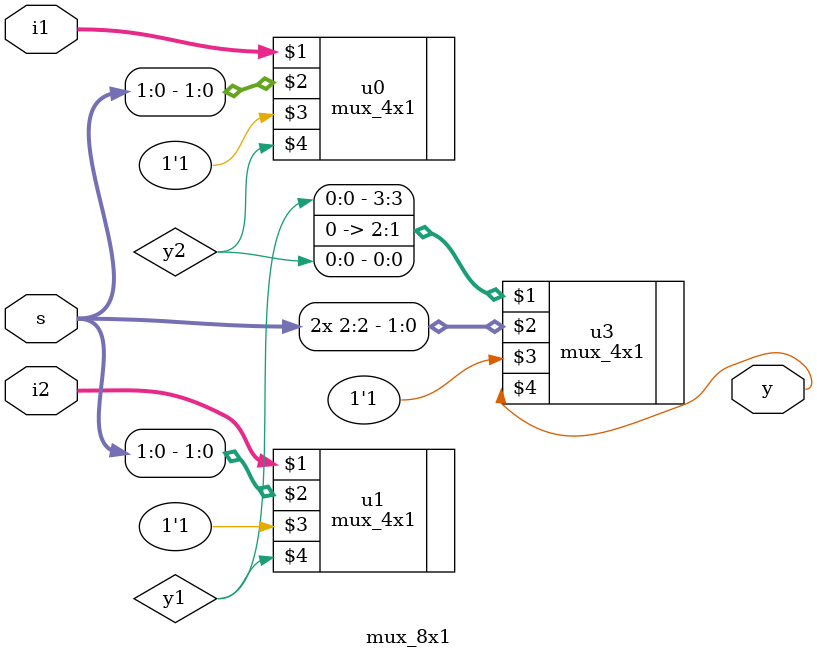
<source format=v>
`include "mux_4x1.v"
module mux_8x1(i1,i2,s,y);
input [3:0] i1,i2;
output y;

input [2:0] s;

//assign s21=~s[2];

//assign y=y1&y2;
//assign s21=0|x;
	
	mux_4x1 u0(i1,s[1:0],1'b1,y2);	
	mux_4x1 u1(i2,s[1:0],1'b1,y1);
	mux_4x1 u3({y1,1'b0,1'b0,y2},{s[2],s[2]},1'b1,y);

//assign y=y1|y2;

endmodule



</source>
